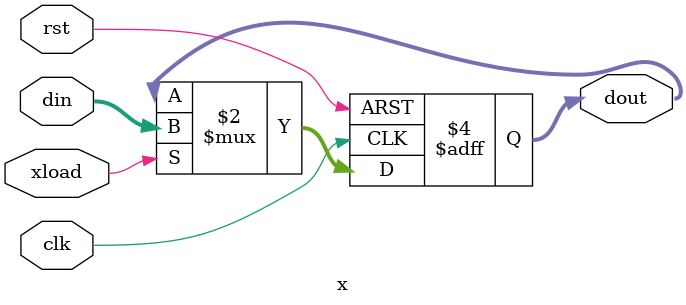
<source format=v>
/*数据暂存器x，存放ALU的一个输入，另外一个输入来自于总线*/
module x(din, clk, rst,xload, dout);
	input[7:0] din;
	input clk, rst, xload;
	output reg[7:0] dout;
	
	always @(posedge clk or posedge rst) begin
		if (rst) begin
			dout <= 0;
		end else begin
			if (xload) begin
				dout <= din;
			end
		end
	end
	
endmodule


</source>
